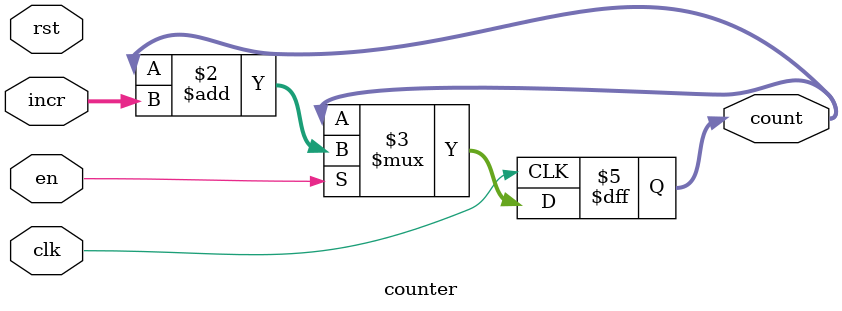
<source format=sv>
module counter#(
    parameter WIDTH = 8
)(
    //interface signals
    input logic clk,
    input logic rst,
    input logic en,
    input logic [WIDTH-1:0] incr,
    output logic [WIDTH-1:0] count,
);

always_ff @ (posedge clk)
    if (en) begin
        count <= count + incr;
    end 
endmodule

</source>
